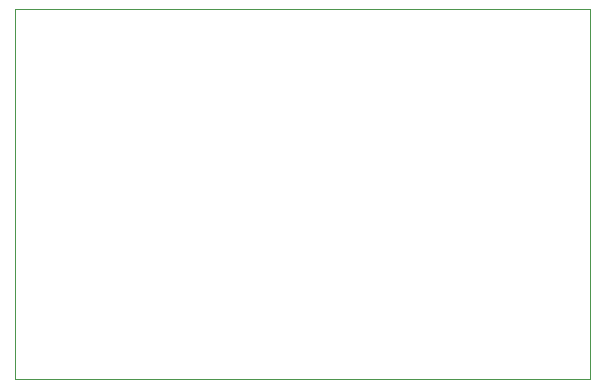
<source format=gbr>
%TF.GenerationSoftware,KiCad,Pcbnew,(6.0.4)*%
%TF.CreationDate,2022-08-06T15:33:01+10:00*%
%TF.ProjectId,1U power board,31552070-6f77-4657-9220-626f6172642e,rev?*%
%TF.SameCoordinates,Original*%
%TF.FileFunction,Profile,NP*%
%FSLAX46Y46*%
G04 Gerber Fmt 4.6, Leading zero omitted, Abs format (unit mm)*
G04 Created by KiCad (PCBNEW (6.0.4)) date 2022-08-06 15:33:01*
%MOMM*%
%LPD*%
G01*
G04 APERTURE LIST*
%TA.AperFunction,Profile*%
%ADD10C,0.100000*%
%TD*%
G04 APERTURE END LIST*
D10*
X101350000Y-103350000D02*
X150000000Y-103350000D01*
X150000000Y-103350000D02*
X150000000Y-72050000D01*
X150000000Y-72050000D02*
X101350000Y-72050000D01*
X101350000Y-72050000D02*
X101350000Y-103350000D01*
M02*

</source>
